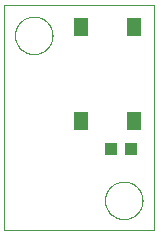
<source format=gtp>
G75*
%MOIN*%
%OFA0B0*%
%FSLAX25Y25*%
%IPPOS*%
%LPD*%
%AMOC8*
5,1,8,0,0,1.08239X$1,22.5*
%
%ADD10C,0.00000*%
%ADD11R,0.03937X0.04331*%
%ADD12R,0.05118X0.06102*%
D10*
X0001655Y0001500D02*
X0001655Y0076500D01*
X0051655Y0076500D01*
X0051655Y0001500D01*
X0001655Y0001500D01*
X0035405Y0011500D02*
X0035407Y0011658D01*
X0035413Y0011815D01*
X0035423Y0011973D01*
X0035437Y0012130D01*
X0035455Y0012286D01*
X0035476Y0012443D01*
X0035502Y0012598D01*
X0035532Y0012753D01*
X0035565Y0012907D01*
X0035603Y0013060D01*
X0035644Y0013213D01*
X0035689Y0013364D01*
X0035738Y0013514D01*
X0035791Y0013662D01*
X0035847Y0013810D01*
X0035908Y0013955D01*
X0035971Y0014100D01*
X0036039Y0014242D01*
X0036110Y0014383D01*
X0036184Y0014522D01*
X0036262Y0014659D01*
X0036344Y0014794D01*
X0036428Y0014927D01*
X0036517Y0015058D01*
X0036608Y0015186D01*
X0036703Y0015313D01*
X0036800Y0015436D01*
X0036901Y0015558D01*
X0037005Y0015676D01*
X0037112Y0015792D01*
X0037222Y0015905D01*
X0037334Y0016016D01*
X0037450Y0016123D01*
X0037568Y0016228D01*
X0037688Y0016330D01*
X0037811Y0016428D01*
X0037937Y0016524D01*
X0038065Y0016616D01*
X0038195Y0016705D01*
X0038327Y0016791D01*
X0038462Y0016873D01*
X0038599Y0016952D01*
X0038737Y0017027D01*
X0038877Y0017099D01*
X0039020Y0017167D01*
X0039163Y0017232D01*
X0039309Y0017293D01*
X0039456Y0017350D01*
X0039604Y0017404D01*
X0039754Y0017454D01*
X0039904Y0017500D01*
X0040056Y0017542D01*
X0040209Y0017581D01*
X0040363Y0017615D01*
X0040518Y0017646D01*
X0040673Y0017672D01*
X0040829Y0017695D01*
X0040986Y0017714D01*
X0041143Y0017729D01*
X0041300Y0017740D01*
X0041458Y0017747D01*
X0041616Y0017750D01*
X0041773Y0017749D01*
X0041931Y0017744D01*
X0042088Y0017735D01*
X0042246Y0017722D01*
X0042402Y0017705D01*
X0042559Y0017684D01*
X0042714Y0017660D01*
X0042869Y0017631D01*
X0043024Y0017598D01*
X0043177Y0017562D01*
X0043330Y0017521D01*
X0043481Y0017477D01*
X0043631Y0017429D01*
X0043780Y0017378D01*
X0043928Y0017322D01*
X0044074Y0017263D01*
X0044219Y0017200D01*
X0044362Y0017133D01*
X0044503Y0017063D01*
X0044642Y0016990D01*
X0044780Y0016913D01*
X0044916Y0016832D01*
X0045049Y0016748D01*
X0045180Y0016661D01*
X0045309Y0016570D01*
X0045436Y0016476D01*
X0045561Y0016379D01*
X0045682Y0016279D01*
X0045802Y0016176D01*
X0045918Y0016070D01*
X0046032Y0015961D01*
X0046144Y0015849D01*
X0046252Y0015735D01*
X0046357Y0015617D01*
X0046460Y0015497D01*
X0046559Y0015375D01*
X0046655Y0015250D01*
X0046748Y0015122D01*
X0046838Y0014993D01*
X0046924Y0014861D01*
X0047008Y0014727D01*
X0047087Y0014591D01*
X0047164Y0014453D01*
X0047236Y0014313D01*
X0047305Y0014171D01*
X0047371Y0014028D01*
X0047433Y0013883D01*
X0047491Y0013736D01*
X0047546Y0013588D01*
X0047597Y0013439D01*
X0047644Y0013288D01*
X0047687Y0013137D01*
X0047726Y0012984D01*
X0047762Y0012830D01*
X0047793Y0012676D01*
X0047821Y0012521D01*
X0047845Y0012365D01*
X0047865Y0012208D01*
X0047881Y0012051D01*
X0047893Y0011894D01*
X0047901Y0011737D01*
X0047905Y0011579D01*
X0047905Y0011421D01*
X0047901Y0011263D01*
X0047893Y0011106D01*
X0047881Y0010949D01*
X0047865Y0010792D01*
X0047845Y0010635D01*
X0047821Y0010479D01*
X0047793Y0010324D01*
X0047762Y0010170D01*
X0047726Y0010016D01*
X0047687Y0009863D01*
X0047644Y0009712D01*
X0047597Y0009561D01*
X0047546Y0009412D01*
X0047491Y0009264D01*
X0047433Y0009117D01*
X0047371Y0008972D01*
X0047305Y0008829D01*
X0047236Y0008687D01*
X0047164Y0008547D01*
X0047087Y0008409D01*
X0047008Y0008273D01*
X0046924Y0008139D01*
X0046838Y0008007D01*
X0046748Y0007878D01*
X0046655Y0007750D01*
X0046559Y0007625D01*
X0046460Y0007503D01*
X0046357Y0007383D01*
X0046252Y0007265D01*
X0046144Y0007151D01*
X0046032Y0007039D01*
X0045918Y0006930D01*
X0045802Y0006824D01*
X0045682Y0006721D01*
X0045561Y0006621D01*
X0045436Y0006524D01*
X0045309Y0006430D01*
X0045180Y0006339D01*
X0045049Y0006252D01*
X0044916Y0006168D01*
X0044780Y0006087D01*
X0044642Y0006010D01*
X0044503Y0005937D01*
X0044362Y0005867D01*
X0044219Y0005800D01*
X0044074Y0005737D01*
X0043928Y0005678D01*
X0043780Y0005622D01*
X0043631Y0005571D01*
X0043481Y0005523D01*
X0043330Y0005479D01*
X0043177Y0005438D01*
X0043024Y0005402D01*
X0042869Y0005369D01*
X0042714Y0005340D01*
X0042559Y0005316D01*
X0042402Y0005295D01*
X0042246Y0005278D01*
X0042088Y0005265D01*
X0041931Y0005256D01*
X0041773Y0005251D01*
X0041616Y0005250D01*
X0041458Y0005253D01*
X0041300Y0005260D01*
X0041143Y0005271D01*
X0040986Y0005286D01*
X0040829Y0005305D01*
X0040673Y0005328D01*
X0040518Y0005354D01*
X0040363Y0005385D01*
X0040209Y0005419D01*
X0040056Y0005458D01*
X0039904Y0005500D01*
X0039754Y0005546D01*
X0039604Y0005596D01*
X0039456Y0005650D01*
X0039309Y0005707D01*
X0039163Y0005768D01*
X0039020Y0005833D01*
X0038877Y0005901D01*
X0038737Y0005973D01*
X0038599Y0006048D01*
X0038462Y0006127D01*
X0038327Y0006209D01*
X0038195Y0006295D01*
X0038065Y0006384D01*
X0037937Y0006476D01*
X0037811Y0006572D01*
X0037688Y0006670D01*
X0037568Y0006772D01*
X0037450Y0006877D01*
X0037334Y0006984D01*
X0037222Y0007095D01*
X0037112Y0007208D01*
X0037005Y0007324D01*
X0036901Y0007442D01*
X0036800Y0007564D01*
X0036703Y0007687D01*
X0036608Y0007814D01*
X0036517Y0007942D01*
X0036428Y0008073D01*
X0036344Y0008206D01*
X0036262Y0008341D01*
X0036184Y0008478D01*
X0036110Y0008617D01*
X0036039Y0008758D01*
X0035971Y0008900D01*
X0035908Y0009045D01*
X0035847Y0009190D01*
X0035791Y0009338D01*
X0035738Y0009486D01*
X0035689Y0009636D01*
X0035644Y0009787D01*
X0035603Y0009940D01*
X0035565Y0010093D01*
X0035532Y0010247D01*
X0035502Y0010402D01*
X0035476Y0010557D01*
X0035455Y0010714D01*
X0035437Y0010870D01*
X0035423Y0011027D01*
X0035413Y0011185D01*
X0035407Y0011342D01*
X0035405Y0011500D01*
X0005405Y0066500D02*
X0005407Y0066658D01*
X0005413Y0066815D01*
X0005423Y0066973D01*
X0005437Y0067130D01*
X0005455Y0067286D01*
X0005476Y0067443D01*
X0005502Y0067598D01*
X0005532Y0067753D01*
X0005565Y0067907D01*
X0005603Y0068060D01*
X0005644Y0068213D01*
X0005689Y0068364D01*
X0005738Y0068514D01*
X0005791Y0068662D01*
X0005847Y0068810D01*
X0005908Y0068955D01*
X0005971Y0069100D01*
X0006039Y0069242D01*
X0006110Y0069383D01*
X0006184Y0069522D01*
X0006262Y0069659D01*
X0006344Y0069794D01*
X0006428Y0069927D01*
X0006517Y0070058D01*
X0006608Y0070186D01*
X0006703Y0070313D01*
X0006800Y0070436D01*
X0006901Y0070558D01*
X0007005Y0070676D01*
X0007112Y0070792D01*
X0007222Y0070905D01*
X0007334Y0071016D01*
X0007450Y0071123D01*
X0007568Y0071228D01*
X0007688Y0071330D01*
X0007811Y0071428D01*
X0007937Y0071524D01*
X0008065Y0071616D01*
X0008195Y0071705D01*
X0008327Y0071791D01*
X0008462Y0071873D01*
X0008599Y0071952D01*
X0008737Y0072027D01*
X0008877Y0072099D01*
X0009020Y0072167D01*
X0009163Y0072232D01*
X0009309Y0072293D01*
X0009456Y0072350D01*
X0009604Y0072404D01*
X0009754Y0072454D01*
X0009904Y0072500D01*
X0010056Y0072542D01*
X0010209Y0072581D01*
X0010363Y0072615D01*
X0010518Y0072646D01*
X0010673Y0072672D01*
X0010829Y0072695D01*
X0010986Y0072714D01*
X0011143Y0072729D01*
X0011300Y0072740D01*
X0011458Y0072747D01*
X0011616Y0072750D01*
X0011773Y0072749D01*
X0011931Y0072744D01*
X0012088Y0072735D01*
X0012246Y0072722D01*
X0012402Y0072705D01*
X0012559Y0072684D01*
X0012714Y0072660D01*
X0012869Y0072631D01*
X0013024Y0072598D01*
X0013177Y0072562D01*
X0013330Y0072521D01*
X0013481Y0072477D01*
X0013631Y0072429D01*
X0013780Y0072378D01*
X0013928Y0072322D01*
X0014074Y0072263D01*
X0014219Y0072200D01*
X0014362Y0072133D01*
X0014503Y0072063D01*
X0014642Y0071990D01*
X0014780Y0071913D01*
X0014916Y0071832D01*
X0015049Y0071748D01*
X0015180Y0071661D01*
X0015309Y0071570D01*
X0015436Y0071476D01*
X0015561Y0071379D01*
X0015682Y0071279D01*
X0015802Y0071176D01*
X0015918Y0071070D01*
X0016032Y0070961D01*
X0016144Y0070849D01*
X0016252Y0070735D01*
X0016357Y0070617D01*
X0016460Y0070497D01*
X0016559Y0070375D01*
X0016655Y0070250D01*
X0016748Y0070122D01*
X0016838Y0069993D01*
X0016924Y0069861D01*
X0017008Y0069727D01*
X0017087Y0069591D01*
X0017164Y0069453D01*
X0017236Y0069313D01*
X0017305Y0069171D01*
X0017371Y0069028D01*
X0017433Y0068883D01*
X0017491Y0068736D01*
X0017546Y0068588D01*
X0017597Y0068439D01*
X0017644Y0068288D01*
X0017687Y0068137D01*
X0017726Y0067984D01*
X0017762Y0067830D01*
X0017793Y0067676D01*
X0017821Y0067521D01*
X0017845Y0067365D01*
X0017865Y0067208D01*
X0017881Y0067051D01*
X0017893Y0066894D01*
X0017901Y0066737D01*
X0017905Y0066579D01*
X0017905Y0066421D01*
X0017901Y0066263D01*
X0017893Y0066106D01*
X0017881Y0065949D01*
X0017865Y0065792D01*
X0017845Y0065635D01*
X0017821Y0065479D01*
X0017793Y0065324D01*
X0017762Y0065170D01*
X0017726Y0065016D01*
X0017687Y0064863D01*
X0017644Y0064712D01*
X0017597Y0064561D01*
X0017546Y0064412D01*
X0017491Y0064264D01*
X0017433Y0064117D01*
X0017371Y0063972D01*
X0017305Y0063829D01*
X0017236Y0063687D01*
X0017164Y0063547D01*
X0017087Y0063409D01*
X0017008Y0063273D01*
X0016924Y0063139D01*
X0016838Y0063007D01*
X0016748Y0062878D01*
X0016655Y0062750D01*
X0016559Y0062625D01*
X0016460Y0062503D01*
X0016357Y0062383D01*
X0016252Y0062265D01*
X0016144Y0062151D01*
X0016032Y0062039D01*
X0015918Y0061930D01*
X0015802Y0061824D01*
X0015682Y0061721D01*
X0015561Y0061621D01*
X0015436Y0061524D01*
X0015309Y0061430D01*
X0015180Y0061339D01*
X0015049Y0061252D01*
X0014916Y0061168D01*
X0014780Y0061087D01*
X0014642Y0061010D01*
X0014503Y0060937D01*
X0014362Y0060867D01*
X0014219Y0060800D01*
X0014074Y0060737D01*
X0013928Y0060678D01*
X0013780Y0060622D01*
X0013631Y0060571D01*
X0013481Y0060523D01*
X0013330Y0060479D01*
X0013177Y0060438D01*
X0013024Y0060402D01*
X0012869Y0060369D01*
X0012714Y0060340D01*
X0012559Y0060316D01*
X0012402Y0060295D01*
X0012246Y0060278D01*
X0012088Y0060265D01*
X0011931Y0060256D01*
X0011773Y0060251D01*
X0011616Y0060250D01*
X0011458Y0060253D01*
X0011300Y0060260D01*
X0011143Y0060271D01*
X0010986Y0060286D01*
X0010829Y0060305D01*
X0010673Y0060328D01*
X0010518Y0060354D01*
X0010363Y0060385D01*
X0010209Y0060419D01*
X0010056Y0060458D01*
X0009904Y0060500D01*
X0009754Y0060546D01*
X0009604Y0060596D01*
X0009456Y0060650D01*
X0009309Y0060707D01*
X0009163Y0060768D01*
X0009020Y0060833D01*
X0008877Y0060901D01*
X0008737Y0060973D01*
X0008599Y0061048D01*
X0008462Y0061127D01*
X0008327Y0061209D01*
X0008195Y0061295D01*
X0008065Y0061384D01*
X0007937Y0061476D01*
X0007811Y0061572D01*
X0007688Y0061670D01*
X0007568Y0061772D01*
X0007450Y0061877D01*
X0007334Y0061984D01*
X0007222Y0062095D01*
X0007112Y0062208D01*
X0007005Y0062324D01*
X0006901Y0062442D01*
X0006800Y0062564D01*
X0006703Y0062687D01*
X0006608Y0062814D01*
X0006517Y0062942D01*
X0006428Y0063073D01*
X0006344Y0063206D01*
X0006262Y0063341D01*
X0006184Y0063478D01*
X0006110Y0063617D01*
X0006039Y0063758D01*
X0005971Y0063900D01*
X0005908Y0064045D01*
X0005847Y0064190D01*
X0005791Y0064338D01*
X0005738Y0064486D01*
X0005689Y0064636D01*
X0005644Y0064787D01*
X0005603Y0064940D01*
X0005565Y0065093D01*
X0005532Y0065247D01*
X0005502Y0065402D01*
X0005476Y0065557D01*
X0005455Y0065714D01*
X0005437Y0065870D01*
X0005423Y0066027D01*
X0005413Y0066185D01*
X0005407Y0066342D01*
X0005405Y0066500D01*
D11*
X0037309Y0028500D03*
X0044002Y0028500D03*
D12*
X0045013Y0037850D03*
X0027297Y0037850D03*
X0027297Y0069150D03*
X0045013Y0069150D03*
M02*

</source>
